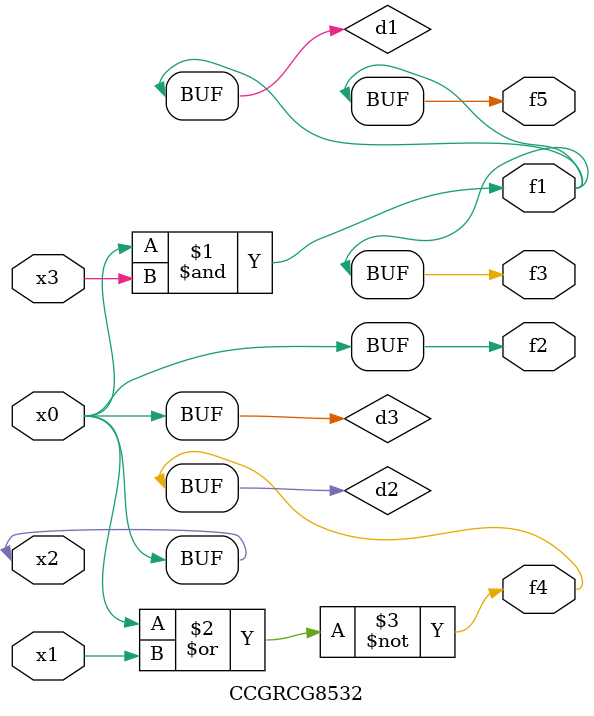
<source format=v>
module CCGRCG8532(
	input x0, x1, x2, x3,
	output f1, f2, f3, f4, f5
);

	wire d1, d2, d3;

	and (d1, x2, x3);
	nor (d2, x0, x1);
	buf (d3, x0, x2);
	assign f1 = d1;
	assign f2 = d3;
	assign f3 = d1;
	assign f4 = d2;
	assign f5 = d1;
endmodule

</source>
